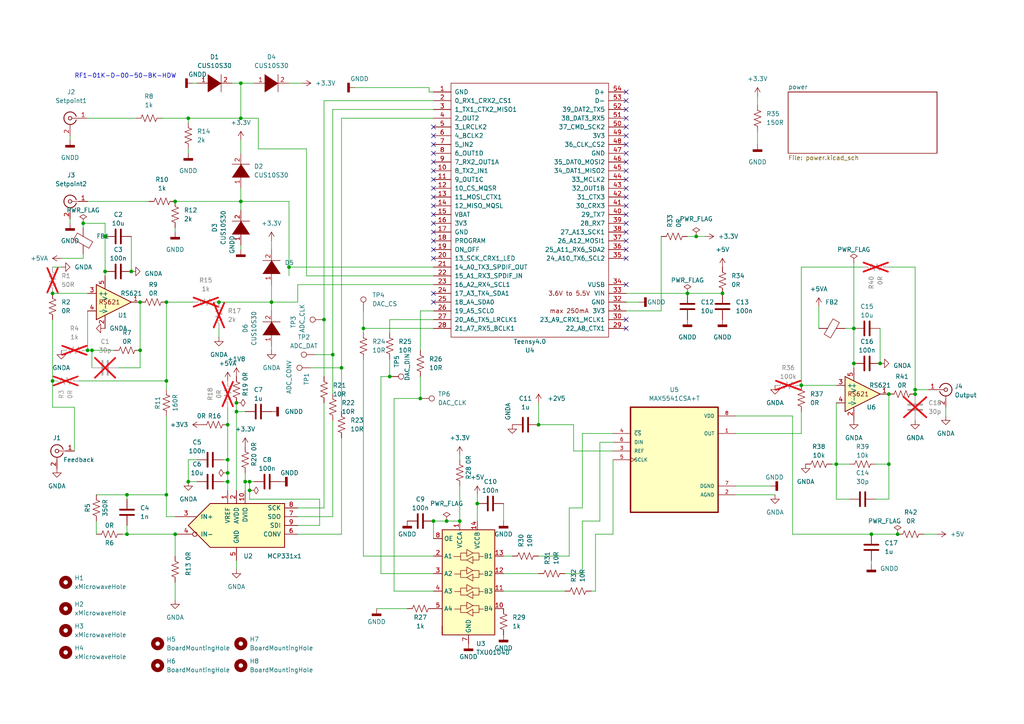
<source format=kicad_sch>
(kicad_sch (version 20231120) (generator "eeschema") (generator_version "8.0")
  (paper "A4")
  (junction (at 199.39 85.09))
  (junction (at 265.43 114.3))
  (junction (at 50.8 58.42))
  (junction (at 113.03 109.22))
  (junction (at 72.39 139.7))
  (junction (at 69.85 34.29))
  (junction (at 209.55 85.09))
  (junction (at 48.26 110.49))
  (junction (at 48.26 143.51))
  (junction (at 129.54 151.13))
  (junction (at 232.41 111.76))
  (junction (at 121.92 115.57))
  (junction (at 69.85 58.42))
  (junction (at 54.61 139.7))
  (junction (at 40.64 101.6))
  (junction (at 83.82 77.47))
  (junction (at 15.24 85.09))
  (junction (at 36.83 143.51))
  (junction (at 72.39 142.24))
  (junction (at 63.5 87.63))
  (junction (at 133.35 151.13))
  (junction (at 24.13 64.77))
  (junction (at 25.4 101.6))
  (junction (at 260.35 154.94))
  (junction (at 68.58 119.38))
  (junction (at 66.04 139.7))
  (junction (at 156.21 123.19))
  (junction (at 68.58 116.84))
  (junction (at 247.65 95.25))
  (junction (at 48.26 87.63))
  (junction (at 38.1 78.74))
  (junction (at 247.65 105.41))
  (junction (at 78.74 87.63))
  (junction (at 93.98 92.71))
  (junction (at 66.04 137.16))
  (junction (at 96.52 102.87))
  (junction (at 242.57 134.62))
  (junction (at 201.93 68.58))
  (junction (at 69.85 24.13))
  (junction (at 257.81 134.62))
  (junction (at 252.73 154.94))
  (junction (at 66.04 133.35))
  (junction (at 125.73 151.13))
  (junction (at 26.67 101.6))
  (junction (at 50.8 154.94))
  (junction (at 71.12 139.7))
  (junction (at 138.43 146.05))
  (junction (at 40.64 87.63))
  (junction (at 54.61 34.29))
  (junction (at 15.24 110.49))
  (junction (at 30.48 78.74))
  (junction (at 265.43 113.03))
  (junction (at 66.04 123.19))
  (junction (at 30.48 68.58))
  (junction (at 99.06 106.68))
  (junction (at 36.83 154.94))
  (junction (at 255.27 105.41))
  (junction (at 257.81 114.3))
  (junction (at 105.41 95.25))
  (no_connect (at 181.61 29.21))
  (no_connect (at 181.61 74.93))
  (no_connect (at 181.61 54.61))
  (no_connect (at 125.73 74.93))
  (no_connect (at 181.61 39.37))
  (no_connect (at 125.73 69.85))
  (no_connect (at 125.73 46.99))
  (no_connect (at 125.73 72.39))
  (no_connect (at 125.73 36.83))
  (no_connect (at 181.61 82.55))
  (no_connect (at 125.73 67.31))
  (no_connect (at 181.61 36.83))
  (no_connect (at 181.61 26.67))
  (no_connect (at 181.61 67.31))
  (no_connect (at 125.73 41.91))
  (no_connect (at 181.61 44.45))
  (no_connect (at 181.61 69.85))
  (no_connect (at 181.61 41.91))
  (no_connect (at 181.61 57.15))
  (no_connect (at 125.73 54.61))
  (no_connect (at 181.61 59.69))
  (no_connect (at 125.73 85.09))
  (no_connect (at 181.61 49.53))
  (no_connect (at 181.61 31.75))
  (no_connect (at 125.73 39.37))
  (no_connect (at 125.73 59.69))
  (no_connect (at 181.61 72.39))
  (no_connect (at 181.61 46.99))
  (no_connect (at 125.73 52.07))
  (no_connect (at 181.61 52.07))
  (no_connect (at 181.61 95.25))
  (no_connect (at 181.61 92.71))
  (no_connect (at 181.61 62.23))
  (no_connect (at 125.73 57.15))
  (no_connect (at 125.73 44.45))
  (no_connect (at 181.61 64.77))
  (no_connect (at 125.73 64.77))
  (no_connect (at 125.73 49.53))
  (no_connect (at 181.61 34.29))
  (no_connect (at 125.73 87.63))
  (no_connect (at 125.73 62.23))
  (wire (pts (xy 99.06 34.29) (xy 125.73 34.29)))
  (wire (pts (xy 121.92 109.22) (xy 121.92 115.57)))
  (wire (pts (xy 129.54 151.13) (xy 133.35 151.13)))
  (wire (pts (xy 274.32 118.11) (xy 274.32 120.65)))
  (wire (pts (xy 105.41 95.25) (xy 125.73 95.25)))
  (wire (pts (xy 93.98 29.21) (xy 93.98 92.71)))
  (wire (pts (xy 125.73 26.67) (xy 124.46 26.67)))
  (wire (pts (xy 229.87 154.94) (xy 252.73 154.94)))
  (wire (pts (xy 168.91 166.37) (xy 168.91 151.13)))
  (wire (pts (xy 22.86 110.49) (xy 48.26 110.49)))
  (wire (pts (xy 156.21 123.19) (xy 166.37 123.19)))
  (wire (pts (xy 78.74 87.63) (xy 86.36 87.63)))
  (wire (pts (xy 99.06 106.68) (xy 99.06 34.29)))
  (wire (pts (xy 172.72 171.45) (xy 171.45 171.45)))
  (wire (pts (xy 105.41 96.52) (xy 105.41 95.25)))
  (wire (pts (xy 93.98 92.71) (xy 93.98 109.22)))
  (wire (pts (xy 78.74 90.17) (xy 78.74 87.63)))
  (wire (pts (xy 67.31 24.13) (xy 69.85 24.13)))
  (wire (pts (xy 15.24 85.09) (xy 25.4 85.09)))
  (wire (pts (xy 25.4 58.42) (xy 43.18 58.42)))
  (wire (pts (xy 254 144.78) (xy 257.81 144.78)))
  (wire (pts (xy 146.05 166.37) (xy 156.21 166.37)))
  (wire (pts (xy 166.37 130.81) (xy 177.8 130.81)))
  (wire (pts (xy 25.4 34.29) (xy 39.37 34.29)))
  (wire (pts (xy 72.39 139.7) (xy 71.12 139.7)))
  (wire (pts (xy 96.52 102.87) (xy 96.52 114.3)))
  (wire (pts (xy 69.85 34.29) (xy 74.93 34.29)))
  (wire (pts (xy 269.24 113.03) (xy 265.43 113.03)))
  (wire (pts (xy 72.39 142.24) (xy 72.39 144.78)))
  (wire (pts (xy 15.24 118.11) (xy 21.59 118.11)))
  (wire (pts (xy 26.67 101.6) (xy 26.67 106.68)))
  (wire (pts (xy 138.43 143.51) (xy 138.43 146.05)))
  (wire (pts (xy 86.36 154.94) (xy 99.06 154.94)))
  (wire (pts (xy 252.73 163.83) (xy 252.73 162.56)))
  (wire (pts (xy 156.21 161.29) (xy 165.1 161.29)))
  (wire (pts (xy 71.12 139.7) (xy 71.12 142.24)))
  (wire (pts (xy 69.85 34.29) (xy 69.85 24.13)))
  (wire (pts (xy 255.27 95.25) (xy 255.27 105.41)))
  (wire (pts (xy 232.41 125.73) (xy 213.36 125.73)))
  (wire (pts (xy 173.99 151.13) (xy 173.99 128.27)))
  (wire (pts (xy 27.94 151.13) (xy 27.94 154.94)))
  (wire (pts (xy 54.61 34.29) (xy 69.85 34.29)))
  (wire (pts (xy 35.56 154.94) (xy 36.83 154.94)))
  (wire (pts (xy 24.13 74.93) (xy 24.13 73.66)))
  (wire (pts (xy 110.49 109.22) (xy 113.03 109.22)))
  (wire (pts (xy 36.83 143.51) (xy 48.26 143.51)))
  (wire (pts (xy 92.71 152.4) (xy 86.36 152.4)))
  (wire (pts (xy 93.98 116.84) (xy 93.98 147.32)))
  (wire (pts (xy 247.65 76.2) (xy 247.65 95.25)))
  (wire (pts (xy 74.93 34.29) (xy 74.93 43.18)))
  (wire (pts (xy 48.26 120.65) (xy 48.26 143.51)))
  (wire (pts (xy 66.04 139.7) (xy 66.04 142.24)))
  (wire (pts (xy 46.99 34.29) (xy 54.61 34.29)))
  (wire (pts (xy 242.57 116.84) (xy 242.57 134.62)))
  (wire (pts (xy 83.82 24.13) (xy 87.63 24.13)))
  (wire (pts (xy 232.41 119.38) (xy 232.41 125.73)))
  (wire (pts (xy 86.36 147.32) (xy 93.98 147.32)))
  (wire (pts (xy 96.52 31.75) (xy 96.52 102.87)))
  (wire (pts (xy 54.61 133.35) (xy 57.15 133.35)))
  (wire (pts (xy 88.9 43.18) (xy 88.9 80.01)))
  (wire (pts (xy 133.35 140.97) (xy 133.35 151.13)))
  (wire (pts (xy 69.85 72.39) (xy 69.85 71.12)))
  (wire (pts (xy 92.71 144.78) (xy 92.71 152.4)))
  (wire (pts (xy 96.52 121.92) (xy 96.52 149.86)))
  (wire (pts (xy 146.05 171.45) (xy 163.83 171.45)))
  (wire (pts (xy 247.65 95.25) (xy 247.65 105.41)))
  (wire (pts (xy 247.65 105.41) (xy 247.65 106.68)))
  (wire (pts (xy 246.38 144.78) (xy 242.57 144.78)))
  (wire (pts (xy 83.82 58.42) (xy 83.82 77.47)))
  (wire (pts (xy 114.3 115.57) (xy 114.3 171.45)))
  (wire (pts (xy 25.4 90.17) (xy 25.4 101.6)))
  (wire (pts (xy 66.04 133.35) (xy 66.04 137.16)))
  (wire (pts (xy 36.83 152.4) (xy 36.83 154.94)))
  (wire (pts (xy 48.26 113.03) (xy 48.26 110.49)))
  (wire (pts (xy 201.93 68.58) (xy 199.39 68.58)))
  (wire (pts (xy 17.78 77.47) (xy 15.24 77.47)))
  (wire (pts (xy 69.85 24.13) (xy 73.66 24.13)))
  (wire (pts (xy 78.74 87.63) (xy 78.74 82.55)))
  (wire (pts (xy 124.46 26.67) (xy 124.46 25.4)))
  (wire (pts (xy 257.81 114.3) (xy 257.81 134.62)))
  (wire (pts (xy 124.46 25.4) (xy 102.87 25.4)))
  (wire (pts (xy 265.43 77.47) (xy 265.43 113.03)))
  (wire (pts (xy 68.58 119.38) (xy 68.58 142.24)))
  (wire (pts (xy 54.61 35.56) (xy 54.61 34.29)))
  (wire (pts (xy 88.9 43.18) (xy 74.93 43.18)))
  (wire (pts (xy 73.66 139.7) (xy 72.39 139.7)))
  (wire (pts (xy 54.61 133.35) (xy 54.61 139.7)))
  (wire (pts (xy 232.41 111.76) (xy 232.41 77.47)))
  (wire (pts (xy 69.85 60.96) (xy 69.85 58.42)))
  (wire (pts (xy 168.91 151.13) (xy 173.99 151.13)))
  (wire (pts (xy 168.91 147.32) (xy 165.1 147.32)))
  (wire (pts (xy 69.85 58.42) (xy 83.82 58.42)))
  (wire (pts (xy 83.82 77.47) (xy 83.82 80.01)))
  (wire (pts (xy 86.36 87.63) (xy 86.36 82.55)))
  (wire (pts (xy 68.58 116.84) (xy 68.58 119.38)))
  (wire (pts (xy 48.26 149.86) (xy 50.8 149.86)))
  (wire (pts (xy 36.83 144.78) (xy 36.83 143.51)))
  (wire (pts (xy 105.41 95.25) (xy 105.41 90.17)))
  (wire (pts (xy 15.24 92.71) (xy 15.24 110.49)))
  (wire (pts (xy 55.88 24.13) (xy 57.15 24.13)))
  (wire (pts (xy 78.74 101.6) (xy 78.74 100.33)))
  (wire (pts (xy 267.97 154.94) (xy 271.78 154.94)))
  (wire (pts (xy 48.26 87.63) (xy 55.88 87.63)))
  (wire (pts (xy 121.92 90.17) (xy 121.92 101.6)))
  (wire (pts (xy 30.48 64.77) (xy 24.13 64.77)))
  (wire (pts (xy 24.13 64.77) (xy 24.13 66.04)))
  (wire (pts (xy 254 134.62) (xy 257.81 134.62)))
  (wire (pts (xy 121.92 90.17) (xy 125.73 90.17)))
  (wire (pts (xy 125.73 80.01) (xy 88.9 80.01)))
  (wire (pts (xy 50.8 58.42) (xy 69.85 58.42)))
  (wire (pts (xy 242.57 134.62) (xy 241.3 134.62)))
  (wire (pts (xy 40.64 106.68) (xy 40.64 101.6)))
  (wire (pts (xy 48.26 143.51) (xy 48.26 149.86)))
  (wire (pts (xy 48.26 87.63) (xy 48.26 110.49)))
  (wire (pts (xy 232.41 111.76) (xy 242.57 111.76)))
  (wire (pts (xy 36.83 154.94) (xy 50.8 154.94)))
  (wire (pts (xy 173.99 128.27) (xy 177.8 128.27)))
  (wire (pts (xy 166.37 123.19) (xy 166.37 130.81)))
  (wire (pts (xy 156.21 116.84) (xy 156.21 123.19)))
  (wire (pts (xy 63.5 95.25) (xy 63.5 97.79)))
  (wire (pts (xy 83.82 77.47) (xy 125.73 77.47)))
  (wire (pts (xy 50.8 154.94) (xy 50.8 161.29)))
  (wire (pts (xy 30.48 68.58) (xy 30.48 78.74)))
  (wire (pts (xy 78.74 69.85) (xy 78.74 72.39)))
  (wire (pts (xy 27.94 143.51) (xy 36.83 143.51)))
  (wire (pts (xy 125.73 151.13) (xy 129.54 151.13)))
  (wire (pts (xy 213.36 143.51) (xy 224.79 143.51)))
  (wire (pts (xy 165.1 147.32) (xy 165.1 161.29)))
  (wire (pts (xy 181.61 90.17) (xy 191.77 90.17)))
  (wire (pts (xy 68.58 119.38) (xy 71.12 119.38)))
  (wire (pts (xy 66.04 137.16) (xy 66.04 139.7)))
  (wire (pts (xy 72.39 144.78) (xy 92.71 144.78)))
  (wire (pts (xy 204.47 68.58) (xy 201.93 68.58)))
  (wire (pts (xy 20.32 63.5) (xy 20.32 64.77)))
  (wire (pts (xy 213.36 140.97) (xy 223.52 140.97)))
  (wire (pts (xy 26.67 101.6) (xy 33.02 101.6)))
  (wire (pts (xy 30.48 78.74) (xy 30.48 80.01)))
  (wire (pts (xy 71.12 137.16) (xy 71.12 139.7)))
  (wire (pts (xy 146.05 146.05) (xy 146.05 151.13)))
  (wire (pts (xy 113.03 92.71) (xy 125.73 92.71)))
  (wire (pts (xy 86.36 82.55) (xy 125.73 82.55)))
  (wire (pts (xy 30.48 64.77) (xy 30.48 68.58)))
  (wire (pts (xy 125.73 156.21) (xy 125.73 151.13)))
  (wire (pts (xy 17.78 74.93) (xy 24.13 74.93)))
  (wire (pts (xy 219.71 27.94) (xy 219.71 30.48)))
  (wire (pts (xy 242.57 144.78) (xy 242.57 134.62)))
  (wire (pts (xy 54.61 43.18) (xy 54.61 44.45)))
  (wire (pts (xy 20.32 39.37) (xy 20.32 40.64)))
  (wire (pts (xy 237.49 95.25) (xy 237.49 88.9)))
  (wire (pts (xy 257.81 144.78) (xy 257.81 134.62)))
  (wire (pts (xy 69.85 58.42) (xy 69.85 54.61)))
  (wire (pts (xy 40.64 101.6) (xy 40.64 87.63)))
  (wire (pts (xy 177.8 154.94) (xy 177.8 133.35)))
  (wire (pts (xy 86.36 149.86) (xy 96.52 149.86)))
  (wire (pts (xy 213.36 120.65) (xy 229.87 120.65)))
  (wire (pts (xy 257.81 77.47) (xy 265.43 77.47)))
  (wire (pts (xy 66.04 118.11) (xy 66.04 123.19)))
  (wire (pts (xy 172.72 154.94) (xy 177.8 154.94)))
  (wire (pts (xy 168.91 125.73) (xy 168.91 147.32)))
  (wire (pts (xy 96.52 31.75) (xy 125.73 31.75)))
  (wire (pts (xy 138.43 146.05) (xy 138.43 151.13)))
  (wire (pts (xy 38.1 68.58) (xy 38.1 78.74)))
  (wire (pts (xy 25.4 101.6) (xy 26.67 101.6)))
  (wire (pts (xy 229.87 120.65) (xy 229.87 154.94)))
  (wire (pts (xy 113.03 96.52) (xy 113.03 92.71)))
  (wire (pts (xy 105.41 161.29) (xy 125.73 161.29)))
  (wire (pts (xy 265.43 113.03) (xy 265.43 114.3)))
  (wire (pts (xy 15.24 110.49) (xy 15.24 118.11)))
  (wire (pts (xy 99.06 119.38) (xy 99.06 106.68)))
  (wire (pts (xy 245.11 95.25) (xy 247.65 95.25)))
  (wire (pts (xy 66.04 123.19) (xy 66.04 133.35)))
  (wire (pts (xy 252.73 154.94) (xy 260.35 154.94)))
  (wire (pts (xy 69.85 44.45) (xy 69.85 40.64)))
  (wire (pts (xy 34.29 106.68) (xy 40.64 106.68)))
  (wire (pts (xy 91.44 102.87) (xy 96.52 102.87)))
  (wire (pts (xy 64.77 133.35) (xy 66.04 133.35)))
  (wire (pts (xy 146.05 161.29) (xy 148.59 161.29)))
  (wire (pts (xy 242.57 134.62) (xy 246.38 134.62)))
  (wire (pts (xy 50.8 168.91) (xy 50.8 173.99)))
  (wire (pts (xy 133.35 132.08) (xy 133.35 133.35)))
  (wire (pts (xy 68.58 165.1) (xy 68.58 162.56)))
  (wire (pts (xy 64.77 139.7) (xy 66.04 139.7)))
  (wire (pts (xy 232.41 77.47) (xy 250.19 77.47)))
  (wire (pts (xy 114.3 115.57) (xy 121.92 115.57)))
  (wire (pts (xy 54.61 139.7) (xy 57.15 139.7)))
  (wire (pts (xy 99.06 127) (xy 99.06 154.94)))
  (wire (pts (xy 105.41 104.14) (xy 105.41 161.29)))
  (wire (pts (xy 110.49 166.37) (xy 125.73 166.37)))
  (wire (pts (xy 63.5 87.63) (xy 78.74 87.63)))
  (wire (pts (xy 50.8 66.04) (xy 50.8 67.31)))
  (wire (pts (xy 172.72 171.45) (xy 172.72 154.94)))
  (wire (pts (xy 113.03 104.14) (xy 113.03 109.22)))
  (wire (pts (xy 185.42 87.63) (xy 181.61 87.63)))
  (wire (pts (xy 114.3 171.45) (xy 125.73 171.45)))
  (wire (pts (xy 177.8 125.73) (xy 168.91 125.73)))
  (wire (pts (xy 21.59 118.11) (xy 21.59 130.81)))
  (wire (pts (xy 72.39 139.7) (xy 72.39 142.24)))
  (wire (pts (xy 109.22 176.53) (xy 118.11 176.53)))
  (wire (pts (xy 219.71 38.1) (xy 219.71 41.91)))
  (wire (pts (xy 93.98 29.21) (xy 125.73 29.21)))
  (wire (pts (xy 181.61 85.09) (xy 199.39 85.09)))
  (wire (pts (xy 191.77 90.17) (xy 191.77 68.58)))
  (wire (pts (xy 163.83 166.37) (xy 168.91 166.37)))
  (wire (pts (xy 90.17 106.68) (xy 99.06 106.68)))
  (wire (pts (xy 199.39 85.09) (xy 209.55 85.09)))
  (wire (pts (xy 110.49 109.22) (xy 110.49 166.37)))
  (text "RF1-01K-D-00-50-BK-HDW" (at 21.59 22.86 0) (effects (font (size 1.27 1.27)) (justify left bottom)))
  (symbol (lib_id "Device:FerriteBead") (at 24.13 69.85 0) (unit 1)
    (property "Reference" "FB1" (at 27.94 68.5292 0) (effects (justify left)))
    (property "Value" "FerriteBead" (effects (hide yes)))
    (property "Footprint" "Resistor_SMD:R_0805_2012Metric_Pad1.20x1.40mm_HandSolder" (effects (hide yes)))
  )
  (symbol (lib_id "power:GNDA") (at 50.8 173.99 0) (unit 1)
    (property "Reference" "#PWR010" (effects (hide yes)))
    (property "Value" "GNDA" (at 50.8 179.07 0))
  )
  (symbol (lib_id "power:+2V5") (at 156.21 116.84 0) (unit 1)
    (property "Reference" "#PWR036" (effects (hide yes)))
    (property "Value" "+2V5" (at 158.75 115.57 0) (effects (justify left)))
  )
  (symbol (lib_id "Device:R_US") (at 19.05 110.49 90) (mirror x) (unit 1) (dnp yes)
    (property "Reference" "R3" (at 17.7799 113.03 0) (effects (justify left)))
    (property "Value" "0R" (at 20.3199 113.03 0) (effects (justify left)))
    (property "Footprint" "Resistor_SMD:R_0805_2012Metric" (effects (hide yes)))
  )
  (symbol (lib_id "power:GNDD") (at 78.74 119.38 90) (unit 1)
    (property "Reference" "#PWR024" (effects (hide yes)))
    (property "Value" "GNDD" (at 82.55 119.3799 90) (effects (justify right)))
  )
  (symbol (lib_id "Device:R_US") (at 232.41 115.57 180) (unit 1)
    (property "Reference" "R37" (at 234.95 114.3 0) (effects (justify right)))
    (property "Value" "0R" (at 234.95 116.84 0) (effects (justify right)))
    (property "Footprint" "Resistor_SMD:R_0805_2012Metric" (effects (hide yes)))
  )
  (symbol (lib_id "Device:R_US") (at 27.94 147.32 180) (unit 1)
    (property "Reference" "R5" (at 25.4 147.32 90))
    (property "Value" "350R" (at 30.48 147.32 90))
    (property "Footprint" "Resistor_SMD:R_0805_2012Metric" (effects (hide yes)))
  )
  (symbol (lib_name "RS621KXF_1") (lib_id "Misc:RS621KXF") (at 38.1 85.09 0) (unit 1)
    (property "Reference" "U1" (at 35.56 91.44 0))
    (property "Value" "RS621" (at 38.1 85.09 0))
    (property "Footprint" "Package_TO_SOT_SMD:SOT-23-5_HandSoldering" (effects (hide yes)))
  )
  (symbol (lib_id "Device:R_US") (at 62.23 123.19 270) (unit 1)
    (property "Reference" "R16" (at 62.23 120.65 90))
    (property "Value" "0R" (at 58.42 120.65 90))
    (property "Footprint" "Resistor_SMD:R_0805_2012Metric" (effects (hide yes)))
  )
  (symbol (lib_id "Device:R_US") (at 167.64 171.45 270) (unit 1)
    (property "Reference" "R32" (at 166.37 168.91 0) (effects (justify right)))
    (property "Value" "10R" (at 168.91 168.91 0) (effects (justify right)))
    (property "Footprint" "Resistor_SMD:R_0805_2012Metric" (effects (hide yes)))
  )
  (symbol (lib_id "Device:R_US") (at 146.05 180.34 0) (unit 1)
    (property "Reference" "R29" (at 148.59 179.0699 0) (effects (justify left)))
    (property "Value" "1k" (at 148.59 181.6099 0) (effects (justify left)))
    (property "Footprint" "Resistor_SMD:R_0805_2012Metric" (effects (hide yes)))
  )
  (symbol (lib_id "Device:R_US") (at 121.92 105.41 180) (unit 1)
    (property "Reference" "R26" (at 124.46 104.14 0) (effects (justify right)))
    (property "Value" "10R" (at 124.46 106.68 0) (effects (justify right)))
    (property "Footprint" "Resistor_SMD:R_0805_2012Metric" (effects (hide yes)))
  )
  (symbol (lib_id "pspice:DIODE") (at 69.85 49.53 90) (unit 1)
    (property "Reference" "D2" (at 73.66 48.26 90) (effects (justify right)))
    (property "Value" "CUS10S30" (at 73.66 50.8 90) (effects (justify right)))
    (property "Footprint" "Diode_SMD:D_SOD-323_HandSoldering" (effects (hide yes)))
  )
  (symbol (lib_id "Connector:TestPoint") (at 113.03 109.22 270) (unit 1) (on_board no)
    (property "Reference" "TP5" (at 115.062 106.68 0) (effects (justify right)))
    (property "Value" "DAC_DIN" (at 118.11 110.49 0) (effects (justify right)))
    (property "Footprint" "TestPoint:TestPoint_Loop_D2.50mm_Drill1.0mm" (effects (hide yes)))
  )
  (symbol (lib_id "Device:R_US") (at 250.19 134.62 90) (unit 1)
    (property "Reference" "R39" (at 250.19 129.54 90))
    (property "Value" "10k" (at 250.19 132.08 90))
    (property "Footprint" "Resistor_SMD:R_0805_2012Metric" (effects (hide yes)))
  )
  (symbol (lib_id "Device:R_US") (at 219.71 34.29 0) (unit 1)
    (property "Reference" "R35" (at 222.25 33.0199 0) (effects (justify left)))
    (property "Value" "150R" (at 222.25 35.5599 0) (effects (justify left)))
    (property "Footprint" "Resistor_SMD:R_0805_2012Metric" (effects (hide yes)))
  )
  (symbol (lib_id "power:GNDA") (at 255.27 105.41 90) (unit 1)
    (property "Reference" "#PWR051" (effects (hide yes)))
    (property "Value" "GNDA" (at 259.08 106.045 90) (effects (justify right)))
  )
  (symbol (lib_id "Connector:Conn_Coaxial") (at 16.51 130.81 0) (mirror y) (unit 1)
    (property "Reference" "J1" (at 16.51 127 0))
    (property "Value" "Feedback" (at 22.86 133.35 0))
    (property "Footprint" "Connector_Coaxial:BNC_Amphenol_B6252HB-NPP3G-50_Horizontal" (effects (hide yes)))
    (property "Datasheet" " ~" (effects (hide yes)))
  )
  (symbol (lib_id "power:GNDD") (at 20.32 40.64 0) (unit 1)
    (property "Reference" "#PWR05" (effects (hide yes)))
    (property "Value" "GNDD" (at 20.32 45.72 0))
  )
  (symbol (lib_id "Connector:TestPoint") (at 90.17 106.68 90) (unit 1) (on_board no)
    (property "Reference" "TP1" (at 88.9 111.76 0) (effects (justify left)))
    (property "Value" "ADC_CONV" (at 83.82 114.3 0) (effects (justify left)))
    (property "Footprint" "TestPoint:TestPoint_Loop_D2.50mm_Drill1.0mm" (effects (hide yes)))
  )
  (symbol (lib_id "Device:R_US") (at 36.83 101.6 90) (unit 1)
    (property "Reference" "R7" (at 36.83 96.52 90))
    (property "Value" "0R" (at 36.83 99.06 90))
    (property "Footprint" "Resistor_SMD:R_0805_2012Metric" (effects (hide yes)))
  )
  (symbol (lib_id "Device:R_US") (at 46.99 58.42 90) (unit 1)
    (property "Reference" "R10" (at 46.99 52.07 90))
    (property "Value" "1k" (at 46.99 54.61 90))
    (property "Footprint" "Resistor_SMD:R_0805_2012Metric" (effects (hide yes)))
  )
  (symbol (lib_id "Teensy:Teensy4.0") (at 153.67 60.96 0) (unit 1)
    (property "Reference" "U4" (at 153.67 101.6 0))
    (property "Value" "Teensy4.0" (at 153.67 99.06 0))
    (property "Footprint" "Teensy:Teensy40" (effects (hide yes)))
  )
  (symbol (lib_id "power:GNDD") (at 69.85 72.39 0) (unit 1)
    (property "Reference" "#PWR020" (effects (hide yes)))
    (property "Value" "GNDD" (at 67.31 73.66 90) (effects (justify left)))
  )
  (symbol (lib_id "Device:C") (at 36.83 148.59 0) (unit 1)
    (property "Reference" "C4" (at 40.64 147.3199 0) (effects (justify left)))
    (property "Value" "1n" (at 40.64 149.8599 0) (effects (justify left)))
    (property "Footprint" "Capacitor_SMD:C_0805_2012Metric" (effects (hide yes)))
  )
  (symbol (lib_id "Device:FerriteBead") (at 241.3 95.25 90) (unit 1)
    (property "Reference" "FB2" (at 241.2492 87.63 90))
    (property "Value" "FerriteBead" (effects (hide yes)))
    (property "Footprint" "Resistor_SMD:R_0805_2012Metric_Pad1.20x1.40mm_HandSolder" (effects (hide yes)))
  )
  (symbol (lib_id "power:GNDD") (at 135.89 186.69 0) (unit 1)
    (property "Reference" "#PWR031" (effects (hide yes)))
    (property "Value" "GNDD" (at 135.89 190.5 0))
  )
  (symbol (lib_id "power:GNDD") (at 223.52 140.97 90) (unit 1)
    (property "Reference" "#PWR044" (effects (hide yes)))
    (property "Value" "GNDD" (at 227.33 138.43 90) (effects (justify left)))
  )
  (symbol (lib_id "pspice:DIODE") (at 62.23 24.13 0) (unit 1)
    (property "Reference" "D1" (at 62.23 16.51 0))
    (property "Value" "CUS10S30" (at 62.23 19.05 0))
    (property "Footprint" "Diode_SMD:D_SOD-323_HandSoldering" (effects (hide yes)))
  )
  (symbol (lib_id "Device:R_US") (at 160.02 166.37 270) (unit 1)
    (property "Reference" "R31" (at 158.75 163.83 0) (effects (justify right)))
    (property "Value" "10R" (at 161.29 163.83 0) (effects (justify right)))
    (property "Footprint" "Resistor_SMD:R_0805_2012Metric" (effects (hide yes)))
  )
  (symbol (lib_id "Mechanical:MountingHole") (at 19.05 182.88 0) (unit 1)
    (property "Reference" "H3" (at 21.59 181.6099 0) (effects (justify left)))
    (property "Value" "xMicrowaveHole" (at 21.59 184.1499 0) (effects (justify left)))
    (property "Footprint" "MountingHole:MountingHole_2.1mm" (effects (hide yes)))
  )
  (symbol (lib_id "Device:R_US") (at 93.98 113.03 180) (unit 1)
    (property "Reference" "R21" (at 96.52 111.76 0) (effects (justify right)))
    (property "Value" "10R" (at 96.52 114.3 0) (effects (justify right)))
    (property "Footprint" "Resistor_SMD:R_0805_2012Metric" (effects (hide yes)))
  )
  (symbol (lib_id "Connector:Conn_Coaxial") (at 274.32 113.03 0) (unit 1)
    (property "Reference" "J4" (at 276.86 112.0531 0) (effects (justify left)))
    (property "Value" "Output" (at 276.86 114.5931 0) (effects (justify left)))
    (property "Footprint" "Connector_Coaxial:BNC_Amphenol_B6252HB-NPP3G-50_Horizontal" (effects (hide yes)))
    (property "Datasheet" " ~" (effects (hide yes)))
  )
  (symbol (lib_id "power:GNDD") (at 118.11 151.13 0) (unit 1)
    (property "Reference" "#PWR029" (effects (hide yes)))
    (property "Value" "GNDD" (at 118.11 154.94 0))
  )
  (symbol (lib_id "Device:R_US") (at 44.45 87.63 90) (unit 1)
    (property "Reference" "R9" (at 44.45 82.55 90))
    (property "Value" "0R" (at 44.45 85.09 90))
    (property "Footprint" "Resistor_SMD:R_0805_2012Metric" (effects (hide yes)))
  )
  (symbol (lib_id "power:+3.3V") (at 87.63 24.13 270) (unit 1)
    (property "Reference" "#PWR026" (effects (hide yes)))
    (property "Value" "+3.3V" (at 91.44 24.13 90) (effects (justify left)))
  )
  (symbol (lib_id "Connector:TestPoint") (at 91.44 102.87 90) (unit 1) (on_board no)
    (property "Reference" "TP2" (at 88.138 97.79 90))
    (property "Value" "ADC_DAT" (at 88.138 100.33 90))
    (property "Footprint" "TestPoint:TestPoint_Loop_D2.50mm_Drill1.0mm" (effects (hide yes)))
  )
  (symbol (lib_id "Device:C") (at 209.55 88.9 0) (unit 1)
    (property "Reference" "C13" (at 213.36 87.63 0) (effects (justify left)))
    (property "Value" "100n" (at 213.36 90.17 0) (effects (justify left)))
    (property "Footprint" "Capacitor_SMD:C_0805_2012Metric" (effects (hide yes)))
  )
  (symbol (lib_id "power:GNDD") (at 54.61 44.45 0) (unit 1)
    (property "Reference" "#PWR011" (effects (hide yes)))
    (property "Value" "GNDD" (at 54.61 49.53 0))
  )
  (symbol (lib_id "power:GNDA") (at 54.61 139.7 0) (unit 1)
    (property "Reference" "#PWR012" (effects (hide yes)))
    (property "Value" "GNDA" (at 54.61 144.78 0))
  )
  (symbol (lib_id "Device:C") (at 74.93 119.38 90) (unit 1)
    (property "Reference" "C7" (at 74.93 113.03 90))
    (property "Value" "1u" (at 74.93 115.57 90))
    (property "Footprint" "Capacitor_SMD:C_0805_2012Metric" (effects (hide yes)))
  )
  (symbol (lib_id "Device:R_US") (at 59.69 87.63 90) (unit 1) (dnp yes)
    (property "Reference" "R15" (at 59.69 81.28 90))
    (property "Value" "1k" (at 59.69 83.82 90))
    (property "Footprint" "Resistor_SMD:R_0805_2012Metric" (effects (hide yes)))
  )
  (symbol (lib_id "Device:C") (at 34.29 78.74 90) (unit 1)
    (property "Reference" "C3" (at 34.29 72.39 90))
    (property "Value" "100n" (at 34.29 74.93 90))
    (property "Footprint" "Capacitor_SMD:C_0805_2012Metric" (effects (hide yes)))
  )
  (symbol (lib_id "Device:R_US") (at 15.24 88.9 0) (unit 1)
    (property "Reference" "R2" (at 17.78 87.63 0) (effects (justify left)))
    (property "Value" "0R" (at 17.78 90.17 0) (effects (justify left)))
    (property "Footprint" "Resistor_SMD:R_0805_2012Metric" (effects (hide yes)))
  )
  (symbol (lib_id "Device:R_US") (at 50.8 62.23 0) (unit 1)
    (property "Reference" "R12" (at 53.34 60.9599 0) (effects (justify left)))
    (property "Value" "2k" (at 53.34 63.4999 0) (effects (justify left)))
    (property "Footprint" "Resistor_SMD:R_0805_2012Metric" (effects (hide yes)))
  )
  (symbol (lib_id "power:+5VA") (at 237.49 88.9 0) (unit 1)
    (property "Reference" "#PWR048" (effects (hide yes)))
    (property "Value" "+5VA" (at 237.49 83.82 0))
  )
  (symbol (lib_id "power:GNDA") (at 247.65 121.92 0) (unit 1)
    (property "Reference" "#PWR049" (effects (hide yes)))
    (property "Value" "GNDA" (at 247.65 127 0))
  )
  (symbol (lib_id "Device:R_US") (at 63.5 91.44 0) (unit 1) (dnp yes)
    (property "Reference" "R17" (at 66.04 90.1699 0) (effects (justify left)))
    (property "Value" "2k" (at 66.04 92.7099 0) (effects (justify left)))
    (property "Footprint" "Resistor_SMD:R_0805_2012Metric" (effects (hide yes)))
  )
  (symbol (lib_id "power:GNDD") (at 109.22 176.53 0) (unit 1)
    (property "Reference" "#PWR028" (effects (hide yes)))
    (property "Value" "GNDD" (at 109.22 180.34 0))
  )
  (symbol (lib_id "power:GNDA") (at 78.74 101.6 0) (unit 1)
    (property "Reference" "#PWR023" (effects (hide yes)))
    (property "Value" "GNDA" (at 78.74 106.68 0))
  )
  (symbol (lib_id "power:PWR_FLAG") (at 24.13 64.77 0) (unit 1)
    (property "Reference" "#FLG01" (effects (hide yes)))
    (property "Value" "PWR_FLAG" (at 24.13 60.96 0))
  )
  (symbol (lib_id "power:GNDD") (at 102.87 25.4 270) (unit 1)
    (property "Reference" "#PWR027" (effects (hide yes)))
    (property "Value" "GNDD" (at 101.6 22.86 90) (effects (justify left)))
  )
  (symbol (lib_id "power:GNDA") (at 16.51 135.89 0) (unit 1)
    (property "Reference" "#PWR01" (effects (hide yes)))
    (property "Value" "GNDA" (at 16.51 140.97 0))
  )
  (symbol (lib_id "Jakub:MCP331x1") (at 71.12 152.4 0) (unit 1)
    (property "Reference" "U2" (at 70.5994 161.29 0) (effects (justify left)))
    (property "Value" "MCP331x1" (at 77.47 161.29 0) (effects (justify left)))
    (property "Footprint" "Package_SO:MSOP-10_3x3mm_P0.5mm" (effects (hide yes)))
    (property "Datasheet" "https://ww1.microchip.com/downloads/en/DeviceDoc/MCP33131D-Data-Sheet-DS20005947B.pdf" (effects (hide yes)))
  )
  (symbol (lib_id "Device:C") (at 199.39 88.9 0) (unit 1)
    (property "Reference" "C12" (at 203.2 87.6299 0) (effects (justify left)))
    (property "Value" "10u" (at 203.2 90.1699 0) (effects (justify left)))
    (property "Footprint" "Capacitor_SMD:C_0805_2012Metric" (effects (hide yes)))
  )
  (symbol (lib_id "Device:R_US") (at 96.52 118.11 180) (unit 1)
    (property "Reference" "R22" (at 99.06 116.84 0) (effects (justify right)))
    (property "Value" "10R" (at 99.06 119.38 0) (effects (justify right)))
    (property "Footprint" "Resistor_SMD:R_0805_2012Metric" (effects (hide yes)))
  )
  (symbol (lib_id "Device:C") (at 251.46 95.25 90) (unit 1)
    (property "Reference" "C15" (at 251.46 88.9 90))
    (property "Value" "10u" (at 251.46 91.44 90))
    (property "Footprint" "Capacitor_SMD:C_0805_2012Metric" (effects (hide yes)))
  )
  (symbol (lib_id "power:GNDA") (at 17.78 101.6 0) (unit 1)
    (property "Reference" "#PWR04" (effects (hide yes)))
    (property "Value" "GNDA" (at 17.78 106.68 0))
  )
  (symbol (lib_id "Device:C") (at 152.4 123.19 90) (unit 1)
    (property "Reference" "C11" (at 152.4 115.57 90))
    (property "Value" "1u" (at 152.4 118.11 90))
    (property "Footprint" "Capacitor_SMD:C_0805_2012Metric" (effects (hide yes)))
  )
  (symbol (lib_id "power:GNDA") (at 224.79 111.76 0) (unit 1)
    (property "Reference" "#PWR045" (effects (hide yes)))
    (property "Value" "GNDA" (at 224.79 116.84 0))
  )
  (symbol (lib_id "pspice:DIODE") (at 78.74 77.47 90) (unit 1)
    (property "Reference" "D5" (at 82.55 76.2 90) (effects (justify right)))
    (property "Value" "CUS10S30" (effects (hide yes)))
    (property "Footprint" "Diode_SMD:D_SOD-323_HandSoldering" (effects (hide yes)))
  )
  (symbol (lib_id "power:GNDD") (at 146.05 184.15 0) (unit 1)
    (property "Reference" "#PWR034" (effects (hide yes)))
    (property "Value" "GNDD" (at 146.05 187.96 0))
  )
  (symbol (lib_id "Mechanical:MountingHole") (at 45.72 186.69 0) (unit 1)
    (property "Reference" "H5" (at 48.26 185.4199 0) (effects (justify left)))
    (property "Value" "BoardMountingHole" (at 48.26 187.9599 0) (effects (justify left)))
    (property "Footprint" "MountingHole:MountingHole_3.2mm_M3" (effects (hide yes)))
  )
  (symbol (lib_id "power:GNDD") (at 185.42 87.63 90) (unit 1)
    (property "Reference" "#PWR037" (effects (hide yes)))
    (property "Value" "GNDD" (at 193.04 87.63 90) (effects (justify left)))
  )
  (symbol (lib_id "Device:R_US") (at 71.12 133.35 180) (unit 1)
    (property "Reference" "R20" (at 73.66 133.35 90))
    (property "Value" "0R" (at 73.66 129.54 90))
    (property "Footprint" "Resistor_SMD:R_0805_2012Metric" (effects (hide yes)))
  )
  (symbol (lib_id "power:+5V") (at 138.43 143.51 0) (unit 1)
    (property "Reference" "#PWR032" (effects (hide yes)))
    (property "Value" "+5V" (at 138.43 138.43 0))
  )
  (symbol (lib_id "power:GNDA") (at 265.43 121.92 0) (unit 1)
    (property "Reference" "#PWR052" (effects (hide yes)))
    (property "Value" "GNDA" (at 265.43 127 0))
  )
  (symbol (lib_id "power:+3.3V") (at 71.12 129.54 0) (unit 1)
    (property "Reference" "#PWR021" (effects (hide yes)))
    (property "Value" "+3.3V" (at 71.12 124.46 0))
  )
  (symbol (lib_id "power:GNDD") (at 146.05 151.13 0) (unit 1)
    (property "Reference" "#PWR033" (effects (hide yes)))
    (property "Value" "GNDD" (at 146.05 154.94 0))
  )
  (symbol (lib_id "Device:C") (at 121.92 151.13 90) (unit 1)
    (property "Reference" "C9" (at 121.92 144.78 90))
    (property "Value" "100n" (at 121.92 147.32 90))
    (property "Footprint" "Capacitor_SMD:C_0805_2012Metric" (effects (hide yes)))
  )
  (symbol (lib_id "Misc:RS621KXF") (at 255.27 111.76 0) (unit 1)
    (property "Reference" "U6" (at 252.73 118.11 0))
    (property "Value" "RS621" (at 255.27 111.76 0))
    (property "Footprint" "Package_TO_SOT_SMD:SOT-23-5_HandSoldering" (effects (hide yes)))
  )
  (symbol (lib_id "power:GNDA") (at 17.78 77.47 90) (unit 1)
    (property "Reference" "#PWR03" (effects (hide yes)))
    (property "Value" "GNDA" (at 21.59 77.47 90) (effects (justify right)))
  )
  (symbol (lib_id "MAX5541:MAX5541CSA+T") (at 195.58 133.35 0) (unit 1)
    (property "Reference" "U5" (at 195.58 113.03 0))
    (property "Value" "MAX5541CSA+T" (at 195.58 115.57 0))
    (property "Footprint" "Package_SO:SOIC-8_3.9x4.9mm_P1.27mm" (effects (hide yes)))
    (property "Datasheet" "https://www.analog.com/media/en/technical-documentation/data-sheets/MAX5541.pdf" (effects (hide yes)))
  )
  (symbol (lib_id "power:+5V") (at 209.55 77.47 0) (unit 1)
    (property "Reference" "#PWR040" (effects (hide yes)))
    (property "Value" "+5V" (at 209.55 72.39 0))
  )
  (symbol (lib_id "power:+3.3V") (at 133.35 132.08 0) (unit 1)
    (property "Reference" "#PWR030" (effects (hide yes)))
    (property "Value" "+3.3V" (at 133.35 127 0))
  )
  (symbol (lib_id "power:GNDD") (at 252.73 163.83 0) (unit 1)
    (property "Reference" "#PWR050" (effects (hide yes)))
    (property "Value" "GNDD" (at 255.27 164.9094 0) (effects (justify left)))
  )
  (symbol (lib_id "power:GNDA") (at 68.58 165.1 0) (unit 1)
    (property "Reference" "#PWR018" (effects (hide yes)))
    (property "Value" "GNDA" (at 68.58 170.18 0))
  )
  (symbol (lib_id "Device:R_US") (at 133.35 137.16 180) (unit 1)
    (property "Reference" "R28" (at 135.89 137.16 90))
    (property "Value" "0R" (at 135.89 133.35 90))
    (property "Footprint" "Resistor_SMD:R_0805_2012Metric" (effects (hide yes)))
  )
  (symbol (lib_id "Mechanical:MountingHole") (at 69.85 186.69 0) (unit 1)
    (property "Reference" "H7" (at 72.39 185.4199 0) (effects (justify left)))
    (property "Value" "BoardMountingHole" (at 72.39 187.9599 0) (effects (justify left)))
    (property "Footprint" "MountingHole:MountingHole_3.2mm_M3" (effects (hide yes)))
  )
  (symbol (lib_id "power:PWR_FLAG") (at 66.04 137.16 90) (unit 1)
    (property "Reference" "#FLG02" (effects (hide yes)))
    (property "Value" "PWR_FLAG" (effects (hide yes)))
  )
  (symbol (lib_id "Connector:TestPoint") (at 121.92 115.57 270) (unit 1) (on_board no)
    (property "Reference" "TP6" (at 127 114.3 90) (effects (justify left)))
    (property "Value" "DAC_CLK" (at 127 116.84 90) (effects (justify left)))
    (property "Footprint" "TestPoint:TestPoint_Loop_D2.50mm_Drill1.0mm" (effects (hide yes)))
  )
  (symbol (lib_id "power:GNDA") (at 63.5 97.79 0) (unit 1)
    (property "Reference" "#PWR015" (effects (hide yes)))
    (property "Value" "GNDA" (at 63.5 102.87 0))
  )
  (symbol (lib_id "power:+3.3V") (at 78.74 69.85 0) (unit 1)
    (property "Reference" "#PWR022" (effects (hide yes)))
    (property "Value" "+3.3V" (at 78.74 64.77 0))
  )
  (symbol (lib_id "power:PWR_FLAG") (at 72.39 142.24 270) (unit 1)
    (property "Reference" "#FLG04" (effects (hide yes)))
    (property "Value" "PWR_FLAG" (effects (hide yes)))
  )
  (symbol (lib_id "power:PWR_FLAG") (at 129.54 151.13 0) (unit 1)
    (property "Reference" "#FLG05" (effects (hide yes)))
    (property "Value" "PWR_FLAG" (at 129.54 146.05 0))
  )
  (symbol (lib_id "Device:R_US") (at 31.75 154.94 270) (unit 1)
    (property "Reference" "R6" (at 31.75 157.48 90))
    (property "Value" "0R" (at 31.75 152.4 90))
    (property "Footprint" "Resistor_SMD:R_0805_2012Metric" (effects (hide yes)))
  )
  (symbol (lib_id "Device:R_US") (at 48.26 116.84 180) (unit 1)
    (property "Reference" "R11" (at 45.72 116.84 90))
    (property "Value" "160R" (at 50.8 116.84 90))
    (property "Footprint" "Resistor_SMD:R_0805_2012Metric" (effects (hide yes)))
  )
  (symbol (lib_id "power:GNDD") (at 199.39 92.71 0) (unit 1)
    (property "Reference" "#PWR038" (effects (hide yes)))
    (property "Value" "GNDD" (at 199.39 97.79 0))
  )
  (symbol (lib_id "Device:R_US") (at 43.18 34.29 90) (unit 1)
    (property "Reference" "R8" (at 43.18 27.94 90))
    (property "Value" "1k" (at 43.18 30.48 90))
    (property "Footprint" "Resistor_SMD:R_0805_2012Metric" (effects (hide yes)))
  )
  (symbol (lib_id "pspice:DIODE") (at 69.85 66.04 90) (unit 1)
    (property "Reference" "D3" (at 62.23 66.04 0))
    (property "Value" "CUS10S30" (at 64.77 66.04 0))
    (property "Footprint" "Diode_SMD:D_SOD-323_HandSoldering" (effects (hide yes)))
  )
  (symbol (lib_id "Device:C") (at 60.96 133.35 90) (unit 1)
    (property "Reference" "C5" (at 57.15 128.27 90))
    (property "Value" "100n" (at 57.15 130.81 90))
    (property "Footprint" "Capacitor_SMD:C_0805_2012Metric" (effects (hide yes)))
  )
  (symbol (lib_id "Device:C") (at 265.43 118.11 0) (unit 1) (dnp yes)
    (property "Reference" "C18" (at 269.24 116.84 0) (effects (justify left)))
    (property "Value" "30p" (at 269.24 119.38 0) (effects (justify left)))
    (property "Footprint" "Capacitor_SMD:C_0805_2012Metric" (effects (hide yes)))
  )
  (symbol (lib_id "power:+5V") (at 271.78 154.94 270) (unit 1)
    (property "Reference" "#PWR053" (effects (hide yes)))
    (property "Value" "+5V" (at 275.59 154.94 90) (effects (justify left)))
  )
  (symbol (lib_id "Connector:TestPoint") (at 93.98 92.71 90) (unit 1) (on_board no)
    (property "Reference" "TP3" (at 85.09 95.25 0) (effects (justify left)))
    (property "Value" "ADC_CLK" (at 87.63 96.52 0) (effects (justify left)))
    (property "Footprint" "TestPoint:TestPoint_Loop_D2.50mm_Drill1.0mm" (effects (hide yes)))
  )
  (symbol (lib_id "Device:C") (at 60.96 139.7 90) (unit 1)
    (property "Reference" "C6" (at 57.15 134.62 90))
    (property "Value" "10u" (at 57.15 137.16 90))
    (property "Footprint" "Capacitor_SMD:C_0805_2012Metric" (effects (hide yes)))
  )
  (symbol (lib_id "Mechanical:MountingHole") (at 45.72 193.04 0) (unit 1)
    (property "Reference" "H6" (at 48.26 191.7699 0) (effects (justify left)))
    (property "Value" "BoardMountingHole" (at 48.26 194.3099 0) (effects (justify left)))
    (property "Footprint" "MountingHole:MountingHole_3.2mm_M3" (effects (hide yes)))
  )
  (symbol (lib_id "power:GNDA") (at 233.68 134.62 0) (unit 1)
    (property "Reference" "#PWR047" (effects (hide yes)))
    (property "Value" "GNDA" (at 233.68 139.7 0))
  )
  (symbol (lib_id "Mechanical:MountingHole") (at 19.05 168.91 0) (unit 1)
    (property "Reference" "H1" (at 21.59 167.6399 0) (effects (justify left)))
    (property "Value" "xMicrowaveHole" (at 21.59 170.1799 0) (effects (justify left)))
    (property "Footprint" "MountingHole:MountingHole_2.1mm" (effects (hide yes)))
  )
  (symbol (lib_id "Device:C") (at 34.29 68.58 90) (unit 1)
    (property "Reference" "C2" (at 34.29 62.23 90))
    (property "Value" "10u" (at 34.29 64.77 90))
    (property "Footprint" "Capacitor_SMD:C_0805_2012Metric" (effects (hide yes)))
  )
  (symbol (lib_id "Device:R_US") (at 15.24 81.28 0) (unit 1) (dnp yes)
    (property "Reference" "R1" (at 17.78 80.0099 0) (effects (justify left)))
    (property "Value" "50R" (at 17.78 82.5499 0) (effects (justify left)))
    (property "Footprint" "Resistor_SMD:R_0805_2012Metric" (effects (hide yes)))
  )
  (symbol (lib_id "power:GNDA") (at 30.48 95.25 270) (unit 1)
    (property "Reference" "#PWR07" (effects (hide yes)))
    (property "Value" "GNDA" (at 31.75 95.25 90) (effects (justify left)))
  )
  (symbol (lib_id "Device:R_US") (at 264.16 154.94 90) (unit 1)
    (property "Reference" "R42" (at 264.16 148.59 90))
    (property "Value" "0R" (at 264.16 151.13 90))
    (property "Footprint" "Resistor_SMD:R_0805_2012Metric" (effects (hide yes)))
  )
  (symbol (lib_id "Connector:TestPoint") (at 105.41 90.17 0) (unit 1) (on_board no)
    (property "Reference" "TP4" (at 107.95 85.598 0) (effects (justify left)))
    (property "Value" "DAC_CS" (at 107.95 88.138 0) (effects (justify left)))
    (property "Footprint" "TestPoint:TestPoint_Loop_D2.50mm_Drill1.0mm" (effects (hide yes)))
  )
  (symbol (lib_id "Connector:Conn_Coaxial") (at 20.32 34.29 0) (mirror y) (unit 1)
    (property "Reference" "J2" (at 20.6374 26.67 0))
    (property "Value" "Setpoint1" (at 20.6374 29.21 0))
    (property "Footprint" "Connector_Coaxial:BNC_Amphenol_B6252HB-NPP3G-50_Horizontal" (effects (hide yes)))
    (property "Datasheet" " ~" (effects (hide yes)))
  )
  (symbol (lib_id "Device:R_US") (at 195.58 68.58 270) (unit 1)
    (property "Reference" "R33" (at 194.31 66.04 0) (effects (justify right)))
    (property "Value" "0R" (at 196.85 66.04 0) (effects (justify right)))
    (property "Footprint" "Resistor_SMD:R_0805_2012Metric" (effects (hide yes)))
  )
  (symbol (lib_id "Device:R_US") (at 105.41 100.33 180) (unit 1)
    (property "Reference" "R24" (at 107.95 99.06 0) (effects (justify right)))
    (property "Value" "10R" (at 107.95 101.6 0) (effects (justify right)))
    (property "Footprint" "Resistor_SMD:R_0805_2012Metric" (effects (hide yes)))
  )
  (symbol (lib_id "power:PWR_FLAG") (at 199.39 85.09 0) (unit 1)
    (property "Reference" "#FLG06" (effects (hide yes)))
    (property "Value" "PWR_FLAG" (at 199.39 81.28 0))
  )
  (symbol (lib_id "Device:R_US") (at 113.03 100.33 180) (unit 1)
    (property "Reference" "R25" (at 115.57 99.06 0) (effects (justify right)))
    (property "Value" "10R" (at 115.57 101.6 0) (effects (justify right)))
    (property "Footprint" "Resistor_SMD:R_0805_2012Metric" (effects (hide yes)))
  )
  (symbol (lib_id "power:GNDD") (at 50.8 67.31 0) (unit 1)
    (property "Reference" "#PWR09" (effects (hide yes)))
    (property "Value" "GNDD" (at 50.8 72.39 0))
  )
  (symbol (lib_id "pspice:DIODE") (at 78.74 95.25 90) (unit 1)
    (property "Reference" "D6" (at 71.12 95.25 0))
    (property "Value" "CUS10S30" (at 73.66 95.25 0))
    (property "Footprint" "Diode_SMD:D_SOD-323_HandSoldering" (effects (hide yes)))
  )
  (symbol (lib_id "power:PWR_FLAG") (at 260.35 154.94 0) (unit 1)
    (property "Reference" "#FLG09" (effects (hide yes)))
    (property "Value" "PWR_FLAG" (at 256.54 151.13 0))
  )
  (symbol (lib_id "power:PWR_FLAG") (at 201.93 68.58 0) (unit 1)
    (property "Reference" "#FLG07" (effects (hide yes)))
    (property "Value" "PWR_FLAG" (at 201.93 63.5 0))
  )
  (symbol (lib_id "Device:R_US") (at 50.8 165.1 180) (unit 1)
    (property "Reference" "R13" (at 54.61 165.1 90))
    (property "Value" "0R" (at 54.61 161.29 90))
    (property "Footprint" "Resistor_SMD:R_0805_2012Metric" (effects (hide yes)))
  )
  (symbol (lib_id "pspice:DIODE") (at 78.74 24.13 0) (unit 1)
    (property "Reference" "D4" (at 78.74 16.51 0))
    (property "Value" "CUS10S30" (at 78.74 19.05 0))
    (property "Footprint" "Diode_SMD:D_SOD-323_HandSoldering" (effects (hide yes)))
  )
  (symbol (lib_id "power:PWR_FLAG") (at 68.58 116.84 270) (unit 1)
    (property "Reference" "#FLG03" (effects (hide yes)))
    (property "Value" "PWR_FLAG" (effects (hide yes)))
  )
  (symbol (lib_id "Device:R_US") (at 209.55 81.28 180) (unit 1)
    (property "Reference" "R34" (at 212.09 80.01 0) (effects (justify right)))
    (property "Value" "0R" (at 212.09 82.55 0) (effects (justify right)))
    (property "Footprint" "Resistor_SMD:R_0805_2012Metric" (effects (hide yes)))
  )
  (symbol (lib_id "power:+5VA") (at 17.78 74.93 90) (unit 1)
    (property "Reference" "#PWR02" (effects (hide yes)))
    (property "Value" "+5VA" (at 13.97 74.93 90) (effects (justify left)))
  )
  (symbol (lib_id "Device:R_US") (at 99.06 123.19 180) (unit 1)
    (property "Reference" "R23" (at 101.6 121.92 0) (effects (justify right)))
    (property "Value" "10R" (at 101.6 124.46 0) (effects (justify right)))
    (property "Footprint" "Resistor_SMD:R_0805_2012Metric" (effects (hide yes)))
  )
  (symbol (lib_id "Logic_LevelTranslator:TXB0104D") (at 135.89 168.91 0) (unit 1)
    (property "Reference" "U3" (at 138.0841 186.69 0) (effects (justify left)))
    (property "Value" "TXU0104D" (at 138.0841 189.23 0) (effects (justify left)))
    (property "Footprint" "Package_SO:SOIC-14_3.9x8.7mm_P1.27mm" (effects (hide yes)))
    (property "Datasheet" "http://www.ti.com/lit/ds/symlink/txb0104.pdf" (effects (hide yes)))
  )
  (symbol (lib_id "Device:R_US") (at 54.61 39.37 0) (unit 1)
    (property "Reference" "R14" (at 57.15 38.0999 0) (effects (justify left)))
    (property "Value" "2k" (at 57.15 40.6399 0) (effects (justify left)))
    (property "Footprint" "Resistor_SMD:R_0805_2012Metric" (effects (hide yes)))
  )
  (symbol (lib_id "power:GNDD") (at 209.55 92.71 0) (unit 1)
    (property "Reference" "#PWR041" (effects (hide yes)))
    (property "Value" "GNDD" (at 209.55 97.79 0))
  )
  (symbol (lib_id "power:+5VA") (at 66.04 110.49 0) (unit 1)
    (property "Reference" "#PWR016" (effects (hide yes)))
    (property "Value" "+5VA" (at 66.04 105.41 0))
  )
  (symbol (lib_id "power:GNDD") (at 20.32 64.77 0) (unit 1)
    (property "Reference" "#PWR06" (effects (hide yes)))
    (property "Value" "GNDD" (at 20.32 69.85 0))
  )
  (symbol (lib_id "power:+3.3V") (at 69.85 40.64 0) (unit 1)
    (property "Reference" "#PWR019" (effects (hide yes)))
    (property "Value" "+3.3V" (at 69.85 35.56 0))
  )
  (symbol (lib_id "Mechanical:MountingHole") (at 19.05 176.53 0) (unit 1)
    (property "Reference" "H2" (at 21.59 175.2599 0) (effects (justify left)))
    (property "Value" "xMicrowaveHole" (at 21.59 177.7999 0) (effects (justify left)))
    (property "Footprint" "MountingHole:MountingHole_2.1mm" (effects (hide yes)))
  )
  (symbol (lib_id "Device:C") (at 250.19 144.78 90) (unit 1)
    (property "Reference" "C14" (at 250.19 137.16 90))
    (property "Value" "30p" (at 250.19 139.7 90))
    (property "Footprint" "Capacitor_SMD:C_0805_2012Metric" (effects (hide yes)))
  )
  (symbol (lib_id "Connector:Conn_Coaxial") (at 20.32 58.42 0) (mirror y) (unit 1)
    (property "Reference" "J3" (at 20.6374 50.8 0))
    (property "Value" "Setpoint2" (at 20.6374 53.34 0))
    (property "Footprint" "Connector_Coaxial:BNC_Amphenol_B6252HB-NPP3G-50_Horizontal" (effects (hide yes)))
    (property "Datasheet" " ~" (effects (hide yes)))
  )
  (symbol (lib_id "Device:C") (at 251.46 105.41 90) (unit 1)
    (property "Reference" "C16" (at 251.46 99.06 90))
    (property "Value" "100n" (at 251.46 101.6 90))
    (property "Footprint" "Capacitor_SMD:C_0805_2012Metric" (effects (hide yes)))
  )
  (symbol (lib_id "power:+3V3") (at 58.42 123.19 90) (unit 1)
    (property "Reference" "#PWR014" (effects (hide yes)))
    (property "Value" "+3V3" (at 54.61 123.19 90) (effects (justify left)))
  )
  (symbol (lib_id "Device:R_US") (at 68.58 113.03 180) (unit 1)
    (property "Reference" "R19" (at 71.12 113.03 90))
    (property "Value" "0R" (at 71.12 109.22 90))
    (property "Footprint" "Resistor_SMD:R_0805_2012Metric" (effects (hide yes)))
  )
  (symbol (lib_id "power:GNDD") (at 219.71 41.91 0) (unit 1)
    (property "Reference" "#PWR043" (effects (hide yes)))
    (property "Value" "GNDD" (at 219.71 46.99 0))
  )
  (symbol (lib_id "Device:C") (at 252.73 158.75 0) (unit 1)
    (property "Reference" "C17" (at 256.54 157.4799 0) (effects (justify left)))
    (property "Value" "1u" (at 256.54 160.0199 0) (effects (justify left)))
    (property "Footprint" "Capacitor_SMD:C_0805_2012Metric" (effects (hide yes)))
  )
  (symbol (lib_id "Device:C") (at 30.48 106.68 90) (unit 1) (dnp yes)
    (property "Reference" "C1" (at 30.48 99.06 90))
    (property "Value" "30p" (at 30.48 101.6 90))
    (property "Footprint" "Capacitor_SMD:C_0805_2012Metric" (effects (hide yes)))
  )
  (symbol (lib_id "power:GNDA") (at 38.1 78.74 90) (unit 1)
    (property "Reference" "#PWR08" (effects (hide yes)))
    (property "Value" "GNDA" (at 41.91 79.375 90) (effects (justify right)))
  )
  (symbol (lib_id "Device:R_US") (at 228.6 111.76 90) (unit 1) (dnp yes)
    (property "Reference" "R36" (at 228.6 106.68 90))
    (property "Value" "100k" (at 228.6 109.22 90))
    (property "Footprint" "Resistor_SMD:R_0805_2012Metric" (effects (hide yes)))
  )
  (symbol (lib_id "power:+3.3V") (at 219.71 27.94 0) (unit 1)
    (property "Reference" "#PWR042" (effects (hide yes)))
    (property "Value" "+3.3V" (at 219.71 22.86 0))
  )
  (symbol (lib_id "Device:R_US") (at 261.62 114.3 90) (unit 1)
    (property "Reference" "R41" (at 261.62 109.22 90))
    (property "Value" "0R" (at 261.62 111.76 90))
    (property "Footprint" "Resistor_SMD:R_0805_2012Metric" (effects (hide yes)))
  )
  (symbol (lib_id "power:GNDA") (at 148.59 123.19 0) (unit 1)
    (property "Reference" "#PWR035" (effects (hide yes)))
    (property "Value" "GNDA" (at 147.32 121.92 90) (effects (justify left)))
  )
  (symbol (lib_id "Mechanical:MountingHole") (at 69.85 193.04 0) (unit 1)
    (property "Reference" "H8" (at 72.39 191.77 0) (effects (justify left)))
    (property "Value" "BoardMountingHole" (at 72.39 194.3099 0) (effects (justify left)))
    (property "Footprint" "MountingHole:MountingHole_3.2mm_M3" (effects (hide yes)))
  )
  (symbol (lib_id "Device:R_US") (at 121.92 176.53 90) (unit 1)
    (property "Reference" "R27" (at 121.92 179.07 90))
    (property "Value" "1k" (at 121.92 181.61 90))
    (property "Footprint" "Resistor_SMD:R_0805_2012Metric" (effects (hide yes)))
  )
  (symbol (lib_id "power:GNDD") (at 81.28 139.7 90) (unit 1)
    (property "Reference" "#PWR025" (effects (hide yes)))
    (property "Value" "GNDD" (at 81.28 137.16 90) (effects (justify right)))
  )
  (symbol (lib_id "Device:R_US") (at 254 77.47 90) (mirror x) (unit 1) (dnp yes)
    (property "Reference" "R40" (at 252.7299 80.01 0) (effects (justify left)))
    (property "Value" "0R" (at 255.2699 80.01 0) (effects (justify left)))
    (property "Footprint" "Resistor_SMD:R_0805_2012Metric" (effects (hide yes)))
  )
  (symbol (lib_id "power:+3.3V") (at 204.47 68.58 270) (unit 1)
    (property "Reference" "#PWR039" (effects (hide yes)))
    (property "Value" "+3.3V" (at 208.28 68.58 90) (effects (justify left)))
  )
  (symbol (lib_id "Device:C") (at 77.47 139.7 90) (unit 1)
    (property "Reference" "C8" (at 77.47 133.35 90))
    (property "Value" "100n" (at 77.47 135.89 90))
    (property "Footprint" "Capacitor_SMD:C_0805_2012Metric" (effects (hide yes)))
  )
  (symbol (lib_id "Device:R_US") (at 66.04 114.3 180) (unit 1) (dnp yes)
    (property "Reference" "R18" (at 60.96 114.3 90))
    (property "Value" "0R" (at 63.5 114.3 90))
    (property "Footprint" "Resistor_SMD:R_0805_2012Metric" (effects (hide yes)))
  )
  (symbol (lib_id "Device:R_US") (at 152.4 161.29 270) (unit 1)
    (property "Reference" "R30" (at 151.13 158.75 0) (effects (justify right)))
    (property "Value" "10R" (at 153.67 158.75 0) (effects (justify right)))
    (property "Footprint" "Resistor_SMD:R_0805_2012Metric" (effects (hide yes)))
  )
  (symbol (lib_id "power:+1V8") (at 68.58 109.22 0) (unit 1)
    (property "Reference" "#PWR017" (effects (hide yes)))
    (property "Value" "+1V8" (at 68.58 104.14 0))
  )
  (symbol (lib_id "Mechanical:MountingHole") (at 19.05 189.23 0) (unit 1)
    (property "Reference" "H4" (at 21.59 187.9599 0) (effects (justify left)))
    (property "Value" "xMicrowaveHole" (at 21.59 190.4999 0) (effects (justify left)))
    (property "Footprint" "MountingHole:MountingHole_2.1mm" (effects (hide yes)))
  )
  (symbol (lib_id "Device:R_US") (at 21.59 101.6 90) (unit 1) (dnp yes)
    (property "Reference" "R4" (at 21.59 95.25 90))
    (property "Value" "1k" (at 21.59 97.79 90))
    (property "Footprint" "Resistor_SMD:R_0805_2012Metric" (effects (hide yes)))
  )
  (symbol (lib_id "power:GNDD") (at 55.88 24.13 270) (unit 1)
    (property "Reference" "#PWR013" (effects (hide yes)))
    (property "Value" "GNDD" (at 54.61 21.59 90) (effects (justify left)))
  )
  (symbol (lib_id "Device:C") (at 142.24 146.05 90) (unit 1)
    (property "Reference" "C10" (at 142.24 139.7 90))
    (property "Value" "100n" (at 142.24 142.24 90))
    (property "Footprint" "Capacitor_SMD:C_0805_2012Metric" (effects (hide yes)))
  )
  (symbol (lib_id "power:GNDA") (at 224.79 143.51 0) (unit 1)
    (property "Reference" "#PWR046" (effects (hide yes)))
    (property "Value" "GNDA" (at 224.79 148.59 0))
  )
  (symbol (lib_id "power:PWR_FLAG") (at 247.65 76.2 0) (unit 1)
    (property "Reference" "#FLG08" (effects (hide yes)))
    (property "Value" "PWR_FLAG" (at 247.65 72.39 0))
  )
  (symbol (lib_id "power:GNDA") (at 274.32 120.65 0) (unit 1)
    (property "Reference" "#PWR054" (effects (hide yes)))
    (property "Value" "GNDA" (at 274.32 125.73 0))
  )
  (symbol (lib_id "Device:R_US") (at 237.49 134.62 90) (unit 1)
    (property "Reference" "R38" (at 237.49 129.54 90))
    (property "Value" "10k" (at 237.49 132.08 90))
    (property "Footprint" "Resistor_SMD:R_0805_2012Metric" (effects (hide yes)))
  )
  (sheet (at 228.6 26.67) (size 43.18 17.78) (stroke (width 0.1524))
    (property "Sheetname" "power" (at 228.6 25.9584 0) (effects (justify left bottom)))
    (property "Sheetfile" "power.kicad_sch" (at 228.6 45.0346 0) (effects (justify left top)))
  )
)
</source>
